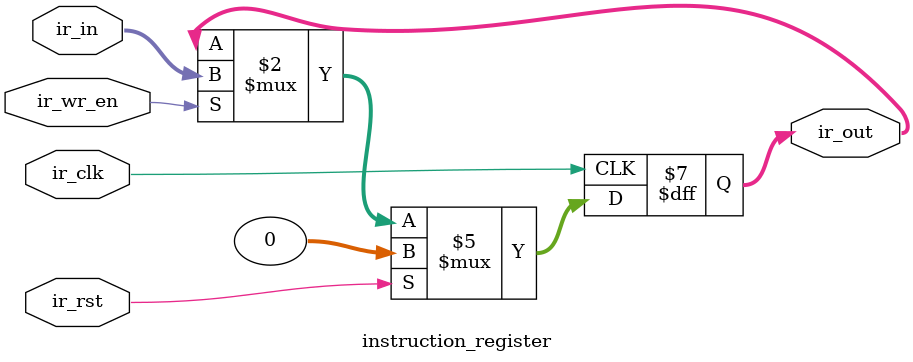
<source format=v>
`timescale 1ns / 1ps


module instruction_register(ir_in, ir_out, ir_wr_en, ir_rst, ir_clk);
 input wire [31:0] ir_in;
 input wire ir_wr_en, ir_clk, ir_rst;
 output reg [31:0] ir_out;
 
 always @(posedge ir_clk) begin
  if(ir_rst) ir_out <= 32'b0;
  else begin
  if(ir_wr_en) ir_out <= ir_in;
  end
 end
endmodule

</source>
